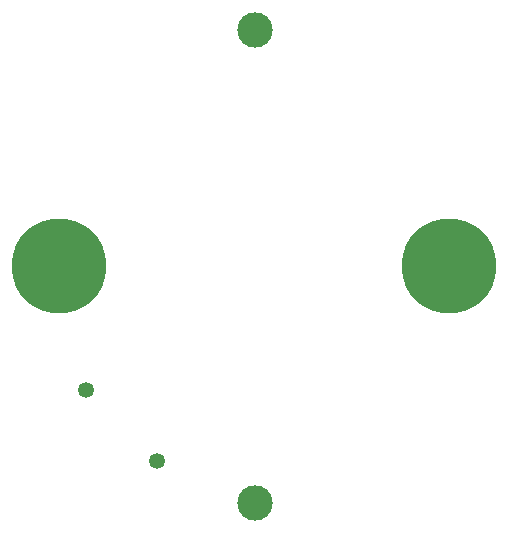
<source format=gtl>
G04*
G04 #@! TF.GenerationSoftware,Altium Limited,Altium Designer,20.1.8 (145)*
G04*
G04 Layer_Physical_Order=1*
G04 Layer_Color=255*
%FSTAX43Y43*%
%MOMM*%
G71*
G04*
G04 #@! TF.SameCoordinates,4CD76DC4-311B-4E25-801D-5A3FBB03E2DD*
G04*
G04*
G04 #@! TF.FilePolarity,Positive*
G04*
G01*
G75*
%ADD13C,8.000*%
%ADD14C,3.000*%
%ADD15C,1.350*%
D13*
X0082433Y0074549D02*
D03*
X0115433D02*
D03*
D14*
X0098997Y0094549D02*
D03*
Y0054549D02*
D03*
D15*
X0090683Y0058049D02*
D03*
X0084683Y0064049D02*
D03*
M02*

</source>
